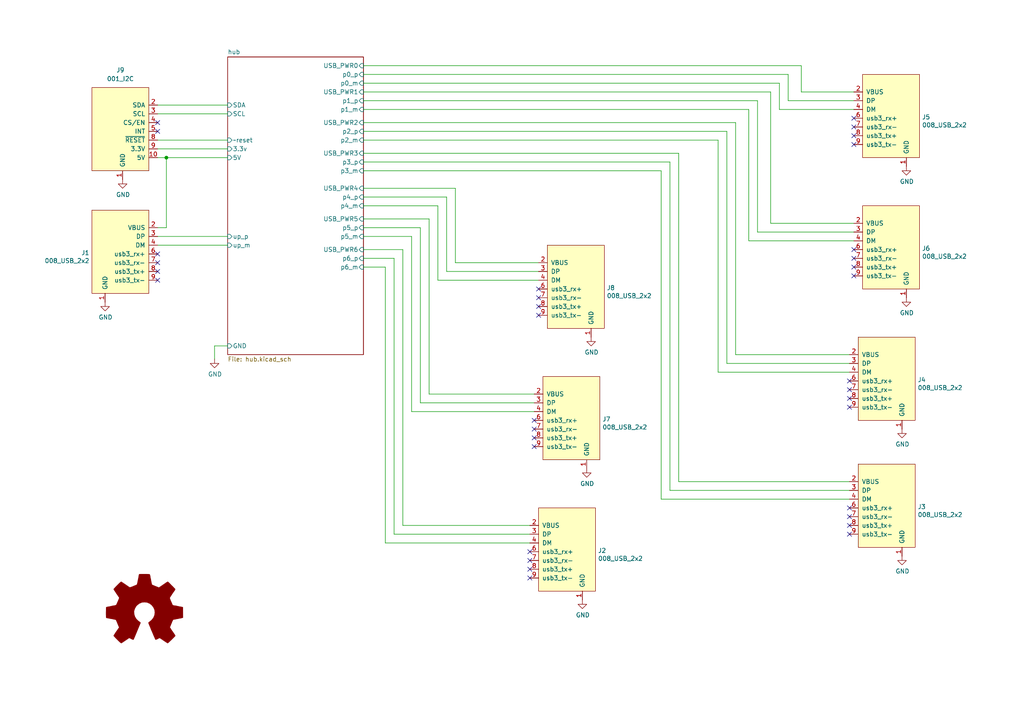
<source format=kicad_sch>
(kicad_sch (version 20211123) (generator eeschema)

  (uuid e877bf4a-4210-4bd3-b7b0-806eb4affc5b)

  (paper "A4")

  (lib_symbols
    (symbol "Graphic:Logo_Open_Hardware_Large" (pin_names (offset 1.016)) (in_bom yes) (on_board yes)
      (property "Reference" "#LOGO" (id 0) (at 0 12.7 0)
        (effects (font (size 1.27 1.27)) hide)
      )
      (property "Value" "Logo_Open_Hardware_Large" (id 1) (at 0 -10.16 0)
        (effects (font (size 1.27 1.27)) hide)
      )
      (property "Footprint" "" (id 2) (at 0 0 0)
        (effects (font (size 1.27 1.27)) hide)
      )
      (property "Datasheet" "~" (id 3) (at 0 0 0)
        (effects (font (size 1.27 1.27)) hide)
      )
      (property "ki_keywords" "Logo" (id 4) (at 0 0 0)
        (effects (font (size 1.27 1.27)) hide)
      )
      (property "ki_description" "Open Hardware logo, large" (id 5) (at 0 0 0)
        (effects (font (size 1.27 1.27)) hide)
      )
      (symbol "Logo_Open_Hardware_Large_1_1"
        (polyline
          (pts
            (xy 6.731 -8.7122)
            (xy 6.6294 -8.6614)
            (xy 6.35 -8.4836)
            (xy 5.9944 -8.255)
            (xy 5.5372 -7.9502)
            (xy 5.1054 -7.6454)
            (xy 4.7498 -7.4168)
            (xy 4.4958 -7.239)
            (xy 4.3942 -7.1882)
            (xy 4.318 -7.2136)
            (xy 4.1148 -7.3152)
            (xy 3.81 -7.4676)
            (xy 3.6322 -7.5692)
            (xy 3.3528 -7.6708)
            (xy 3.2258 -7.6962)
            (xy 3.2004 -7.6708)
            (xy 3.0988 -7.4676)
            (xy 2.9464 -7.0866)
            (xy 2.7178 -6.604)
            (xy 2.4892 -6.0452)
            (xy 2.2352 -5.4356)
            (xy 1.9558 -4.826)
            (xy 1.7272 -4.2164)
            (xy 1.4986 -3.683)
            (xy 1.3208 -3.2512)
            (xy 1.2192 -2.9464)
            (xy 1.1684 -2.8194)
            (xy 1.1938 -2.794)
            (xy 1.3208 -2.667)
            (xy 1.5748 -2.4892)
            (xy 2.0828 -2.0574)
            (xy 2.6162 -1.397)
            (xy 2.921 -0.6604)
            (xy 3.048 0.1524)
            (xy 2.9464 0.9144)
            (xy 2.6416 1.6256)
            (xy 2.1336 2.286)
            (xy 1.524 2.7686)
            (xy 0.8128 3.0734)
            (xy 0 3.175)
            (xy -0.762 3.0988)
            (xy -1.4986 2.794)
            (xy -2.159 2.286)
            (xy -2.4384 1.9812)
            (xy -2.8194 1.3208)
            (xy -3.048 0.6096)
            (xy -3.0734 0.4318)
            (xy -3.0226 -0.3556)
            (xy -2.794 -1.0922)
            (xy -2.3876 -1.7526)
            (xy -1.8288 -2.3114)
            (xy -1.7526 -2.3622)
            (xy -1.4732 -2.5654)
            (xy -1.2954 -2.6924)
            (xy -1.1684 -2.8194)
            (xy -2.159 -5.207)
            (xy -2.3114 -5.588)
            (xy -2.5908 -6.2484)
            (xy -2.8194 -6.8072)
            (xy -3.0226 -7.2644)
            (xy -3.1496 -7.5692)
            (xy -3.2258 -7.6708)
            (xy -3.2258 -7.6962)
            (xy -3.302 -7.6962)
            (xy -3.4798 -7.6454)
            (xy -3.8354 -7.4676)
            (xy -4.0386 -7.366)
            (xy -4.2926 -7.239)
            (xy -4.4196 -7.1882)
            (xy -4.5212 -7.239)
            (xy -4.7498 -7.3914)
            (xy -5.1054 -7.6454)
            (xy -5.5372 -7.9248)
            (xy -5.9436 -8.2042)
            (xy -6.3246 -8.4582)
            (xy -6.604 -8.636)
            (xy -6.731 -8.7122)
            (xy -6.7564 -8.7122)
            (xy -6.858 -8.636)
            (xy -7.0866 -8.4582)
            (xy -7.4168 -8.1534)
            (xy -7.874 -7.6962)
            (xy -7.9502 -7.62)
            (xy -8.3312 -7.239)
            (xy -8.636 -6.9088)
            (xy -8.8392 -6.6802)
            (xy -8.9154 -6.5786)
            (xy -8.9154 -6.5786)
            (xy -8.8392 -6.4516)
            (xy -8.6614 -6.1722)
            (xy -8.4328 -5.7912)
            (xy -8.128 -5.3594)
            (xy -7.3152 -4.191)
            (xy -7.7724 -3.0988)
            (xy -7.8994 -2.7686)
            (xy -8.0772 -2.3622)
            (xy -8.2042 -2.0828)
            (xy -8.255 -1.9558)
            (xy -8.382 -1.905)
            (xy -8.6614 -1.8542)
            (xy -9.0932 -1.7526)
            (xy -9.6266 -1.651)
            (xy -10.1092 -1.5748)
            (xy -10.541 -1.4732)
            (xy -10.8712 -1.4224)
            (xy -11.0236 -1.397)
            (xy -11.049 -1.3716)
            (xy -11.0744 -1.2954)
            (xy -11.0998 -1.143)
            (xy -11.0998 -0.889)
            (xy -11.1252 -0.4572)
            (xy -11.1252 0.1524)
            (xy -11.1252 0.2286)
            (xy -11.0998 0.8128)
            (xy -11.0998 1.27)
            (xy -11.0744 1.5494)
            (xy -11.0744 1.6764)
            (xy -11.0744 1.6764)
            (xy -10.922 1.7018)
            (xy -10.6172 1.778)
            (xy -10.16 1.8542)
            (xy -9.652 1.9558)
            (xy -9.6012 1.9812)
            (xy -9.0932 2.0828)
            (xy -8.636 2.159)
            (xy -8.3312 2.2352)
            (xy -8.2042 2.286)
            (xy -8.1788 2.3114)
            (xy -8.0772 2.5146)
            (xy -7.9248 2.8448)
            (xy -7.747 3.2512)
            (xy -7.5692 3.6576)
            (xy -7.4168 4.0386)
            (xy -7.3152 4.318)
            (xy -7.2898 4.445)
            (xy -7.2898 4.445)
            (xy -7.366 4.572)
            (xy -7.5438 4.826)
            (xy -7.7978 5.207)
            (xy -8.128 5.6642)
            (xy -8.128 5.6896)
            (xy -8.4328 6.1468)
            (xy -8.6868 6.5278)
            (xy -8.8392 6.7818)
            (xy -8.9154 6.9088)
            (xy -8.9154 6.9088)
            (xy -8.8138 7.0358)
            (xy -8.5852 7.2898)
            (xy -8.255 7.6454)
            (xy -7.874 8.0264)
            (xy -7.747 8.1534)
            (xy -7.3152 8.5852)
            (xy -7.0104 8.8646)
            (xy -6.8326 8.9916)
            (xy -6.731 9.0424)
            (xy -6.731 9.0424)
            (xy -6.604 8.9408)
            (xy -6.3246 8.763)
            (xy -5.9436 8.509)
            (xy -5.4864 8.2042)
            (xy -5.461 8.1788)
            (xy -5.0038 7.874)
            (xy -4.6482 7.62)
            (xy -4.3688 7.4422)
            (xy -4.2672 7.3914)
            (xy -4.2418 7.3914)
            (xy -4.064 7.4422)
            (xy -3.7338 7.5438)
            (xy -3.3528 7.6962)
            (xy -2.9464 7.874)
            (xy -2.5654 8.0264)
            (xy -2.286 8.1534)
            (xy -2.159 8.2296)
            (xy -2.159 8.2296)
            (xy -2.1082 8.382)
            (xy -2.032 8.7122)
            (xy -1.9304 9.1694)
            (xy -1.8288 9.7282)
            (xy -1.8034 9.8044)
            (xy -1.7018 10.3378)
            (xy -1.6256 10.7696)
            (xy -1.5748 11.0744)
            (xy -1.524 11.2014)
            (xy -1.4478 11.2268)
            (xy -1.1938 11.2522)
            (xy -0.8128 11.2522)
            (xy -0.3302 11.2522)
            (xy 0.1524 11.2522)
            (xy 0.6604 11.2522)
            (xy 1.0668 11.2268)
            (xy 1.3716 11.2014)
            (xy 1.4986 11.176)
            (xy 1.4986 11.176)
            (xy 1.5494 11.0236)
            (xy 1.6256 10.6934)
            (xy 1.7018 10.2108)
            (xy 1.8288 9.6774)
            (xy 1.8288 9.5758)
            (xy 1.9304 9.0424)
            (xy 2.032 8.6106)
            (xy 2.0828 8.3058)
            (xy 2.1336 8.2042)
            (xy 2.159 8.1788)
            (xy 2.3876 8.0772)
            (xy 2.7432 7.9248)
            (xy 3.175 7.747)
            (xy 4.191 7.3406)
            (xy 5.461 8.2042)
            (xy 5.5626 8.2804)
            (xy 6.0198 8.5852)
            (xy 6.3754 8.8392)
            (xy 6.6294 8.9916)
            (xy 6.7564 9.0424)
            (xy 6.7564 9.0424)
            (xy 6.8834 8.9408)
            (xy 7.1374 8.7122)
            (xy 7.4676 8.382)
            (xy 7.8486 7.9756)
            (xy 8.1534 7.6962)
            (xy 8.4836 7.3406)
            (xy 8.7122 7.112)
            (xy 8.8392 6.9596)
            (xy 8.8646 6.858)
            (xy 8.8646 6.8072)
            (xy 8.7884 6.6802)
            (xy 8.6106 6.4008)
            (xy 8.3312 6.0198)
            (xy 8.0264 5.588)
            (xy 7.7978 5.207)
            (xy 7.5184 4.8006)
            (xy 7.3406 4.4958)
            (xy 7.2898 4.3434)
            (xy 7.2898 4.2926)
            (xy 7.3914 4.0386)
            (xy 7.5184 3.683)
            (xy 7.7216 3.2258)
            (xy 8.1534 2.2352)
            (xy 8.7884 2.1082)
            (xy 9.1948 2.0574)
            (xy 9.7536 1.9304)
            (xy 10.2616 1.8288)
            (xy 11.0998 1.6764)
            (xy 11.1252 -1.3208)
            (xy 10.9982 -1.3716)
            (xy 10.8712 -1.397)
            (xy 10.5664 -1.4732)
            (xy 10.1346 -1.5494)
            (xy 9.6266 -1.651)
            (xy 9.1948 -1.7272)
            (xy 8.7376 -1.8288)
            (xy 8.4328 -1.8796)
            (xy 8.2804 -1.905)
            (xy 8.255 -1.9558)
            (xy 8.1534 -2.159)
            (xy 7.9756 -2.5146)
            (xy 7.8232 -2.921)
            (xy 7.6454 -3.3274)
            (xy 7.493 -3.7338)
            (xy 7.366 -4.0132)
            (xy 7.3406 -4.191)
            (xy 7.3914 -4.2926)
            (xy 7.5692 -4.5466)
            (xy 7.7978 -4.9276)
            (xy 8.1026 -5.3594)
            (xy 8.4074 -5.7912)
            (xy 8.6614 -6.1722)
            (xy 8.8138 -6.4262)
            (xy 8.89 -6.5532)
            (xy 8.8646 -6.6548)
            (xy 8.6868 -6.858)
            (xy 8.3566 -7.1882)
            (xy 7.874 -7.6708)
            (xy 7.7978 -7.747)
            (xy 7.3914 -8.128)
            (xy 7.0612 -8.4328)
            (xy 6.8326 -8.636)
            (xy 6.731 -8.7122)
          )
          (stroke (width 0) (type default) (color 0 0 0 0))
          (fill (type outline))
        )
      )
    )
    (symbol "power:GND" (power) (pin_names (offset 0)) (in_bom yes) (on_board yes)
      (property "Reference" "#PWR" (id 0) (at 0 -6.35 0)
        (effects (font (size 1.27 1.27)) hide)
      )
      (property "Value" "GND" (id 1) (at 0 -3.81 0)
        (effects (font (size 1.27 1.27)))
      )
      (property "Footprint" "" (id 2) (at 0 0 0)
        (effects (font (size 1.27 1.27)) hide)
      )
      (property "Datasheet" "" (id 3) (at 0 0 0)
        (effects (font (size 1.27 1.27)) hide)
      )
      (property "ki_keywords" "power-flag" (id 4) (at 0 0 0)
        (effects (font (size 1.27 1.27)) hide)
      )
      (property "ki_description" "Power symbol creates a global label with name \"GND\" , ground" (id 5) (at 0 0 0)
        (effects (font (size 1.27 1.27)) hide)
      )
      (symbol "GND_0_1"
        (polyline
          (pts
            (xy 0 0)
            (xy 0 -1.27)
            (xy 1.27 -1.27)
            (xy 0 -2.54)
            (xy -1.27 -1.27)
            (xy 0 -1.27)
          )
          (stroke (width 0) (type default) (color 0 0 0 0))
          (fill (type none))
        )
      )
      (symbol "GND_1_1"
        (pin power_in line (at 0 0 270) (length 0) hide
          (name "GND" (effects (font (size 1.27 1.27))))
          (number "1" (effects (font (size 1.27 1.27))))
        )
      )
    )
    (symbol "put_on_edge:001_I2C" (pin_names (offset 1.016)) (in_bom yes) (on_board yes)
      (property "Reference" "J" (id 0) (at -2.54 13.97 0)
        (effects (font (size 1.27 1.27)))
      )
      (property "Value" "001_I2C" (id 1) (at 8.89 13.97 0)
        (effects (font (size 1.27 1.27)))
      )
      (property "Footprint" "" (id 2) (at 7.62 16.51 0)
        (effects (font (size 1.27 1.27)) hide)
      )
      (property "Datasheet" "" (id 3) (at 7.62 16.51 0)
        (effects (font (size 1.27 1.27)) hide)
      )
      (symbol "001_I2C_0_1"
        (rectangle (start -8.89 12.7) (end 7.62 -11.43)
          (stroke (width 0) (type default) (color 0 0 0 0))
          (fill (type background))
        )
      )
      (symbol "001_I2C_1_1"
        (pin power_in line (at -1.27 -13.97 90) (length 2.54)
          (name "GND" (effects (font (size 1.27 1.27))))
          (number "1" (effects (font (size 1.27 1.27))))
        )
        (pin power_in line (at -11.43 -7.62 0) (length 2.54)
          (name "5V" (effects (font (size 1.27 1.27))))
          (number "10" (effects (font (size 1.27 1.27))))
        )
        (pin bidirectional line (at -11.43 7.62 0) (length 2.54)
          (name "SDA" (effects (font (size 1.27 1.27))))
          (number "2" (effects (font (size 1.27 1.27))))
        )
        (pin bidirectional line (at -11.43 5.08 0) (length 2.54)
          (name "SCL" (effects (font (size 1.27 1.27))))
          (number "3" (effects (font (size 1.27 1.27))))
        )
        (pin bidirectional line (at -11.43 2.54 0) (length 2.54)
          (name "CS/EN" (effects (font (size 1.27 1.27))))
          (number "4" (effects (font (size 1.27 1.27))))
        )
        (pin bidirectional line (at -11.43 0 0) (length 2.54)
          (name "INT" (effects (font (size 1.27 1.27))))
          (number "5" (effects (font (size 1.27 1.27))))
        )
        (pin bidirectional line (at -11.43 -2.54 0) (length 2.54)
          (name "~{RESET}" (effects (font (size 1.27 1.27))))
          (number "8" (effects (font (size 1.27 1.27))))
        )
        (pin power_in line (at -11.43 -5.08 0) (length 2.54)
          (name "3.3V" (effects (font (size 1.27 1.27))))
          (number "9" (effects (font (size 1.27 1.27))))
        )
      )
    )
    (symbol "put_on_edge:008_USB" (pin_names (offset 1.016)) (in_bom yes) (on_board yes)
      (property "Reference" "J" (id 0) (at -2.54 13.97 0)
        (effects (font (size 1.27 1.27)))
      )
      (property "Value" "008_USB" (id 1) (at 8.89 13.97 0)
        (effects (font (size 1.27 1.27)))
      )
      (property "Footprint" "" (id 2) (at 7.62 16.51 0)
        (effects (font (size 1.27 1.27)) hide)
      )
      (property "Datasheet" "" (id 3) (at 7.62 16.51 0)
        (effects (font (size 1.27 1.27)) hide)
      )
      (symbol "008_USB_0_1"
        (rectangle (start -8.89 12.7) (end 7.62 -11.43)
          (stroke (width 0) (type default) (color 0 0 0 0))
          (fill (type background))
        )
      )
      (symbol "008_USB_1_1"
        (pin power_in line (at 3.81 -13.97 90) (length 2.54)
          (name "GND" (effects (font (size 1.27 1.27))))
          (number "1" (effects (font (size 1.27 1.27))))
        )
        (pin power_in line (at -11.43 7.62 0) (length 2.54)
          (name "VBUS" (effects (font (size 1.27 1.27))))
          (number "2" (effects (font (size 1.27 1.27))))
        )
        (pin bidirectional line (at -11.43 5.08 0) (length 2.54)
          (name "DP" (effects (font (size 1.27 1.27))))
          (number "3" (effects (font (size 1.27 1.27))))
        )
        (pin bidirectional line (at -11.43 2.54 0) (length 2.54)
          (name "DM" (effects (font (size 1.27 1.27))))
          (number "4" (effects (font (size 1.27 1.27))))
        )
        (pin input line (at -11.43 0 0) (length 2.54)
          (name "usb3_rx+" (effects (font (size 1.27 1.27))))
          (number "6" (effects (font (size 1.27 1.27))))
        )
        (pin input line (at -11.43 -2.54 0) (length 2.54)
          (name "usb3_rx-" (effects (font (size 1.27 1.27))))
          (number "7" (effects (font (size 1.27 1.27))))
        )
        (pin input line (at -11.43 -5.08 0) (length 2.54)
          (name "usb3_tx+" (effects (font (size 1.27 1.27))))
          (number "8" (effects (font (size 1.27 1.27))))
        )
        (pin input line (at -11.43 -7.62 0) (length 2.54)
          (name "usb3_tx-" (effects (font (size 1.27 1.27))))
          (number "9" (effects (font (size 1.27 1.27))))
        )
      )
    )
  )

  (junction (at 48.26 45.72) (diameter 0) (color 0 0 0 0)
    (uuid 98216140-94c4-468d-a86a-a786e0a254f7)
  )

  (no_connect (at 156.21 83.82) (uuid 0e9d8f7a-d0d9-4926-a04d-21863bb305a4))
  (no_connect (at 247.65 39.37) (uuid 180245d9-4a3f-4d1b-adcc-b4eafac722e0))
  (no_connect (at 45.72 78.74) (uuid 1fbb0219-551e-409b-a61b-76e8cebdfb9d))
  (no_connect (at 247.65 72.39) (uuid 28e37b45-f843-47c2-85c9-ca19f5430ece))
  (no_connect (at 153.67 167.64) (uuid 30f4ab90-53c6-4c51-827f-d87c6b512c07))
  (no_connect (at 246.38 152.4) (uuid 3326423d-8df7-4a7e-a354-349430b8fbd7))
  (no_connect (at 154.94 127) (uuid 3af57f36-4eb5-45d5-833f-ecbd3917d9c7))
  (no_connect (at 247.65 80.01) (uuid 3c5e5ea9-793d-46e3-86bc-5884c4490dc7))
  (no_connect (at 246.38 154.94) (uuid 4d4fecdd-be4a-47e9-9085-2268d5852d8f))
  (no_connect (at 156.21 88.9) (uuid 4d9f0f75-f530-4f4e-8119-34a1cd8b957c))
  (no_connect (at 246.38 149.86) (uuid 4ec618ae-096f-4256-9328-005ee04f13d6))
  (no_connect (at 247.65 36.83) (uuid 54212c01-b363-47b8-a145-45c40df316f4))
  (no_connect (at 45.72 35.56) (uuid 5d8e635a-9d52-497d-ab90-66aea5af76aa))
  (no_connect (at 45.72 38.1) (uuid 5d8e635a-9d52-497d-ab90-66aea5af76ab))
  (no_connect (at 246.38 115.57) (uuid 5d9921f1-08b3-4cc9-8cf7-e9a72ca2fdb7))
  (no_connect (at 153.67 162.56) (uuid 6004948e-fa49-4c45-a47b-a1212ce4ace1))
  (no_connect (at 153.67 160.02) (uuid 621f9234-5ce7-46b6-adfa-1b7504a19be4))
  (no_connect (at 153.67 165.1) (uuid 62bc7c40-1f02-48f0-8ed3-86e0eb2755dd))
  (no_connect (at 45.72 73.66) (uuid 79770cd5-32d7-429a-8248-0d9e6212231a))
  (no_connect (at 45.72 81.28) (uuid 7bfba61b-6752-4a45-9ee6-5984dcb15041))
  (no_connect (at 247.65 74.93) (uuid 88610282-a92d-4c3d-917a-ea95d59e0759))
  (no_connect (at 246.38 147.32) (uuid 92035a88-6c95-4a61-bd8a-cb8dd9e5018a))
  (no_connect (at 156.21 86.36) (uuid 96404a45-5e74-4fac-a8e4-bf349df9276c))
  (no_connect (at 247.65 77.47) (uuid 98914cc3-56fe-40bb-820a-3d157225c145))
  (no_connect (at 45.72 76.2) (uuid 99332785-d9f1-4363-9377-26ddc18e6d2c))
  (no_connect (at 247.65 34.29) (uuid 99dfa524-0366-4808-b4e8-328fc38e8656))
  (no_connect (at 154.94 121.92) (uuid 9a799cbb-bb38-4f15-bdca-92e7a8e51304))
  (no_connect (at 246.38 110.49) (uuid 9dcdc92b-2219-4a4a-8954-45f02cc3ab25))
  (no_connect (at 154.94 124.46) (uuid b31cf212-daa4-4a05-846f-f29b2e2162cc))
  (no_connect (at 246.38 118.11) (uuid c8b6b273-3d20-4a46-8069-f6d608563604))
  (no_connect (at 154.94 129.54) (uuid d1e86bf8-a102-4bbc-9af9-fb12493dc0af))
  (no_connect (at 246.38 113.03) (uuid dae72997-44fc-4275-b36f-cd70bf46cfba))
  (no_connect (at 247.65 41.91) (uuid f8f3a9fc-1e34-4573-a767-508104e8d242))
  (no_connect (at 156.21 91.44) (uuid ff84ea60-6e59-41c2-a6d3-bbefd5b13140))

  (wire (pts (xy 219.71 67.31) (xy 219.71 29.21))
    (stroke (width 0) (type default) (color 0 0 0 0))
    (uuid 014d5e40-b405-481e-85c2-e2196780a4c5)
  )
  (wire (pts (xy 111.76 157.48) (xy 111.76 77.47))
    (stroke (width 0) (type default) (color 0 0 0 0))
    (uuid 01edea46-31d5-4123-92fc-764455d5b38a)
  )
  (wire (pts (xy 114.3 154.94) (xy 114.3 74.93))
    (stroke (width 0) (type default) (color 0 0 0 0))
    (uuid 01ffe894-13ee-4951-ab6e-21848960fffe)
  )
  (wire (pts (xy 156.21 81.28) (xy 127 81.28))
    (stroke (width 0) (type default) (color 0 0 0 0))
    (uuid 04e3a060-159d-433d-bf95-33342af5268b)
  )
  (wire (pts (xy 129.54 78.74) (xy 129.54 57.15))
    (stroke (width 0) (type default) (color 0 0 0 0))
    (uuid 05eab202-a383-4eb5-bd1c-b3e44f0b4687)
  )
  (wire (pts (xy 246.38 107.95) (xy 208.28 107.95))
    (stroke (width 0) (type default) (color 0 0 0 0))
    (uuid 09a76f23-0e0c-4b48-8717-283b036e43f8)
  )
  (wire (pts (xy 105.41 26.67) (xy 223.52 26.67))
    (stroke (width 0) (type default) (color 0 0 0 0))
    (uuid 0fe82587-ebb0-4b2b-afbc-8e26ae7afe5a)
  )
  (wire (pts (xy 121.92 116.84) (xy 121.92 66.04))
    (stroke (width 0) (type default) (color 0 0 0 0))
    (uuid 182ab1e5-6532-45d7-a6bc-b32573844ce4)
  )
  (wire (pts (xy 210.82 105.41) (xy 210.82 38.1))
    (stroke (width 0) (type default) (color 0 0 0 0))
    (uuid 1c8a0ef5-92c8-4f78-9924-9fa0f6c41cfe)
  )
  (wire (pts (xy 154.94 116.84) (xy 121.92 116.84))
    (stroke (width 0) (type default) (color 0 0 0 0))
    (uuid 21ce15f6-6fd2-4d3a-8970-6ae380d75711)
  )
  (wire (pts (xy 105.41 21.59) (xy 228.6 21.59))
    (stroke (width 0) (type default) (color 0 0 0 0))
    (uuid 26202e44-9bf0-4c71-9266-509dda8abecf)
  )
  (wire (pts (xy 124.46 63.5) (xy 124.46 114.3))
    (stroke (width 0) (type default) (color 0 0 0 0))
    (uuid 2809c87b-7062-4cfe-9183-5526526f1acf)
  )
  (wire (pts (xy 232.41 19.05) (xy 232.41 26.67))
    (stroke (width 0) (type default) (color 0 0 0 0))
    (uuid 29e78086-2175-405e-9ba3-c48766d2f50c)
  )
  (wire (pts (xy 127 81.28) (xy 127 59.69))
    (stroke (width 0) (type default) (color 0 0 0 0))
    (uuid 31b561d7-0199-4191-9661-d91d9aefdb1b)
  )
  (wire (pts (xy 213.36 35.56) (xy 213.36 102.87))
    (stroke (width 0) (type default) (color 0 0 0 0))
    (uuid 36505f22-2b2b-4e44-bf2c-88ce1740e165)
  )
  (wire (pts (xy 62.23 100.33) (xy 66.04 100.33))
    (stroke (width 0) (type default) (color 0 0 0 0))
    (uuid 37433b83-47e2-4268-b503-6f0c77900082)
  )
  (wire (pts (xy 223.52 64.77) (xy 247.65 64.77))
    (stroke (width 0) (type default) (color 0 0 0 0))
    (uuid 37cad880-e144-4919-a121-ce5f8625a786)
  )
  (wire (pts (xy 124.46 114.3) (xy 154.94 114.3))
    (stroke (width 0) (type default) (color 0 0 0 0))
    (uuid 3c596e2c-78cd-4ef1-860d-91778113c7b4)
  )
  (wire (pts (xy 219.71 29.21) (xy 105.41 29.21))
    (stroke (width 0) (type default) (color 0 0 0 0))
    (uuid 44872c30-ad28-4f76-9f87-9f4e812bd9a9)
  )
  (wire (pts (xy 45.72 45.72) (xy 48.26 45.72))
    (stroke (width 0) (type default) (color 0 0 0 0))
    (uuid 453f24f3-c7e1-4c14-95b1-6f2f1a206fd2)
  )
  (wire (pts (xy 105.41 72.39) (xy 116.84 72.39))
    (stroke (width 0) (type default) (color 0 0 0 0))
    (uuid 4aeebf80-1efc-48e5-afd6-31d01dd5de54)
  )
  (wire (pts (xy 111.76 77.47) (xy 105.41 77.47))
    (stroke (width 0) (type default) (color 0 0 0 0))
    (uuid 4c745a56-c626-4934-b519-e09c4fc38c28)
  )
  (wire (pts (xy 121.92 66.04) (xy 105.41 66.04))
    (stroke (width 0) (type default) (color 0 0 0 0))
    (uuid 4db48337-1010-450c-8f54-294cb2886687)
  )
  (wire (pts (xy 132.08 76.2) (xy 156.21 76.2))
    (stroke (width 0) (type default) (color 0 0 0 0))
    (uuid 4dbdcb9a-9686-4090-b779-489eca91cc50)
  )
  (wire (pts (xy 226.06 24.13) (xy 105.41 24.13))
    (stroke (width 0) (type default) (color 0 0 0 0))
    (uuid 52eb5932-8816-438f-9d6a-6010d47b8e45)
  )
  (wire (pts (xy 153.67 154.94) (xy 114.3 154.94))
    (stroke (width 0) (type default) (color 0 0 0 0))
    (uuid 566adf7e-8db6-4517-9562-42cb2262add2)
  )
  (wire (pts (xy 48.26 45.72) (xy 66.04 45.72))
    (stroke (width 0) (type default) (color 0 0 0 0))
    (uuid 571679e4-9342-416a-8281-8a7d71e3b98d)
  )
  (wire (pts (xy 232.41 19.05) (xy 105.41 19.05))
    (stroke (width 0) (type default) (color 0 0 0 0))
    (uuid 57849927-4b5d-4d0f-8f78-cd629b2aca24)
  )
  (wire (pts (xy 247.65 69.85) (xy 217.17 69.85))
    (stroke (width 0) (type default) (color 0 0 0 0))
    (uuid 599bccdb-e2bf-41c5-9848-ec8c01376960)
  )
  (wire (pts (xy 62.23 104.14) (xy 62.23 100.33))
    (stroke (width 0) (type default) (color 0 0 0 0))
    (uuid 5f333c2a-99ea-4694-8b67-6adeced3eec8)
  )
  (wire (pts (xy 105.41 54.61) (xy 132.08 54.61))
    (stroke (width 0) (type default) (color 0 0 0 0))
    (uuid 61330bf4-0526-4808-bf0d-90ceb669b23d)
  )
  (wire (pts (xy 247.65 67.31) (xy 219.71 67.31))
    (stroke (width 0) (type default) (color 0 0 0 0))
    (uuid 643d38d4-5b65-4ba0-b8a7-b44b13e0b200)
  )
  (wire (pts (xy 119.38 119.38) (xy 119.38 68.58))
    (stroke (width 0) (type default) (color 0 0 0 0))
    (uuid 6a787d87-2d1c-48d0-816b-b72c719ff5fd)
  )
  (wire (pts (xy 116.84 72.39) (xy 116.84 152.4))
    (stroke (width 0) (type default) (color 0 0 0 0))
    (uuid 6b9777eb-7475-4079-a3b9-0b926064ec26)
  )
  (wire (pts (xy 105.41 49.53) (xy 191.77 49.53))
    (stroke (width 0) (type default) (color 0 0 0 0))
    (uuid 6cebb8fc-a014-4386-b851-0dc316201092)
  )
  (wire (pts (xy 217.17 69.85) (xy 217.17 31.75))
    (stroke (width 0) (type default) (color 0 0 0 0))
    (uuid 6d4132af-497f-4e8b-ac0a-36cc01159dc4)
  )
  (wire (pts (xy 45.72 43.18) (xy 66.04 43.18))
    (stroke (width 0) (type default) (color 0 0 0 0))
    (uuid 6e21c9da-92c6-44c4-8fbe-044408473982)
  )
  (wire (pts (xy 45.72 40.64) (xy 66.04 40.64))
    (stroke (width 0) (type default) (color 0 0 0 0))
    (uuid 6fa9cb34-a731-45a8-9cca-e05664a87950)
  )
  (wire (pts (xy 154.94 119.38) (xy 119.38 119.38))
    (stroke (width 0) (type default) (color 0 0 0 0))
    (uuid 77080a78-fd4f-4e43-a50b-c30701c6beea)
  )
  (wire (pts (xy 247.65 31.75) (xy 226.06 31.75))
    (stroke (width 0) (type default) (color 0 0 0 0))
    (uuid 7b4469ec-fbfc-4f24-bc1d-63ac2a48db9f)
  )
  (wire (pts (xy 45.72 71.12) (xy 66.04 71.12))
    (stroke (width 0) (type default) (color 0 0 0 0))
    (uuid 7bdeabe1-729b-4cad-ab81-05b54731414b)
  )
  (wire (pts (xy 156.21 78.74) (xy 129.54 78.74))
    (stroke (width 0) (type default) (color 0 0 0 0))
    (uuid 82141a90-4572-472c-a599-bf0d79e380e6)
  )
  (wire (pts (xy 232.41 26.67) (xy 247.65 26.67))
    (stroke (width 0) (type default) (color 0 0 0 0))
    (uuid 8458d41c-5d62-455d-b6e1-9f718c0faac9)
  )
  (wire (pts (xy 213.36 102.87) (xy 246.38 102.87))
    (stroke (width 0) (type default) (color 0 0 0 0))
    (uuid 88bde0a1-8493-4e5a-97d8-79da7c13242f)
  )
  (wire (pts (xy 114.3 74.93) (xy 105.41 74.93))
    (stroke (width 0) (type default) (color 0 0 0 0))
    (uuid 8a0182a8-c08f-43b7-9656-c947e6e0c018)
  )
  (wire (pts (xy 45.72 68.58) (xy 66.04 68.58))
    (stroke (width 0) (type default) (color 0 0 0 0))
    (uuid 8a1934c4-ae72-441f-9b5b-266b0640675f)
  )
  (wire (pts (xy 105.41 35.56) (xy 213.36 35.56))
    (stroke (width 0) (type default) (color 0 0 0 0))
    (uuid 8f326d33-85ff-4da6-8e87-669f1af5cdd2)
  )
  (wire (pts (xy 208.28 40.64) (xy 105.41 40.64))
    (stroke (width 0) (type default) (color 0 0 0 0))
    (uuid 91b83011-3297-4a9a-8151-948d5e61ebaa)
  )
  (wire (pts (xy 153.67 157.48) (xy 111.76 157.48))
    (stroke (width 0) (type default) (color 0 0 0 0))
    (uuid 931c19be-c533-4c3d-ae79-023f27742add)
  )
  (wire (pts (xy 129.54 57.15) (xy 105.41 57.15))
    (stroke (width 0) (type default) (color 0 0 0 0))
    (uuid 95e57935-5875-4558-8ffe-66209dd42773)
  )
  (wire (pts (xy 228.6 21.59) (xy 228.6 29.21))
    (stroke (width 0) (type default) (color 0 0 0 0))
    (uuid 97424e0c-e6f9-4301-b3df-51451a1cf801)
  )
  (wire (pts (xy 119.38 68.58) (xy 105.41 68.58))
    (stroke (width 0) (type default) (color 0 0 0 0))
    (uuid 98c649a4-7c45-4375-b2e4-0dfdd4938094)
  )
  (wire (pts (xy 105.41 44.45) (xy 196.85 44.45))
    (stroke (width 0) (type default) (color 0 0 0 0))
    (uuid 9d7e50b8-4519-4777-aa92-f06c3513295e)
  )
  (wire (pts (xy 246.38 105.41) (xy 210.82 105.41))
    (stroke (width 0) (type default) (color 0 0 0 0))
    (uuid a32581c6-5f00-4b3c-bccb-125ee24830ac)
  )
  (wire (pts (xy 194.31 142.24) (xy 194.31 46.99))
    (stroke (width 0) (type default) (color 0 0 0 0))
    (uuid a6d96d55-f314-4a21-be63-5ab233ad6f3f)
  )
  (wire (pts (xy 196.85 44.45) (xy 196.85 139.7))
    (stroke (width 0) (type default) (color 0 0 0 0))
    (uuid ac9a750b-3daa-48c0-9578-ce36ed2f1040)
  )
  (wire (pts (xy 105.41 63.5) (xy 124.46 63.5))
    (stroke (width 0) (type default) (color 0 0 0 0))
    (uuid b1314056-4196-4291-9fb3-fcf237f163de)
  )
  (wire (pts (xy 208.28 107.95) (xy 208.28 40.64))
    (stroke (width 0) (type default) (color 0 0 0 0))
    (uuid b1b33135-e5cb-4e6a-b35e-8582b64da320)
  )
  (wire (pts (xy 226.06 31.75) (xy 226.06 24.13))
    (stroke (width 0) (type default) (color 0 0 0 0))
    (uuid ca8a6371-a9bc-4129-bb70-2ed6b0f0a215)
  )
  (wire (pts (xy 45.72 30.48) (xy 66.04 30.48))
    (stroke (width 0) (type default) (color 0 0 0 0))
    (uuid d82c75fb-15fd-4f04-b8b0-eeb757e32a05)
  )
  (wire (pts (xy 191.77 144.78) (xy 246.38 144.78))
    (stroke (width 0) (type default) (color 0 0 0 0))
    (uuid d909fcc6-3a2a-49e4-b321-e49f1a21c97f)
  )
  (wire (pts (xy 45.72 33.02) (xy 66.04 33.02))
    (stroke (width 0) (type default) (color 0 0 0 0))
    (uuid dbd53e14-77ea-4f7d-9279-ffe4779b192b)
  )
  (wire (pts (xy 228.6 29.21) (xy 247.65 29.21))
    (stroke (width 0) (type default) (color 0 0 0 0))
    (uuid dc05a40d-e655-4ffc-967c-bf5ed04669cd)
  )
  (wire (pts (xy 196.85 139.7) (xy 246.38 139.7))
    (stroke (width 0) (type default) (color 0 0 0 0))
    (uuid dc0bd504-08a4-49e0-bcdd-d01daf3d804d)
  )
  (wire (pts (xy 194.31 46.99) (xy 105.41 46.99))
    (stroke (width 0) (type default) (color 0 0 0 0))
    (uuid de21199f-9b0b-42f6-b157-f8bc40aaf164)
  )
  (wire (pts (xy 217.17 31.75) (xy 105.41 31.75))
    (stroke (width 0) (type default) (color 0 0 0 0))
    (uuid e11a8309-0f02-4563-b04c-e5fcf201b1ff)
  )
  (wire (pts (xy 132.08 54.61) (xy 132.08 76.2))
    (stroke (width 0) (type default) (color 0 0 0 0))
    (uuid e1cb0477-79da-45f2-bbc5-2192873e00db)
  )
  (wire (pts (xy 116.84 152.4) (xy 153.67 152.4))
    (stroke (width 0) (type default) (color 0 0 0 0))
    (uuid e29c2aa4-b550-42e8-899d-9babd39e6278)
  )
  (wire (pts (xy 223.52 26.67) (xy 223.52 64.77))
    (stroke (width 0) (type default) (color 0 0 0 0))
    (uuid e3980e58-12bd-4f67-9a24-b1df126d7ebc)
  )
  (wire (pts (xy 48.26 45.72) (xy 48.26 66.04))
    (stroke (width 0) (type default) (color 0 0 0 0))
    (uuid e5e65ba5-5584-4f9b-93bf-19ab87d0d253)
  )
  (wire (pts (xy 45.72 66.04) (xy 48.26 66.04))
    (stroke (width 0) (type default) (color 0 0 0 0))
    (uuid e65b62be-e01b-4688-a999-1d1be370c4ae)
  )
  (wire (pts (xy 210.82 38.1) (xy 105.41 38.1))
    (stroke (width 0) (type default) (color 0 0 0 0))
    (uuid f0847690-6e55-4f53-b52b-01f886b3b533)
  )
  (wire (pts (xy 191.77 49.53) (xy 191.77 144.78))
    (stroke (width 0) (type default) (color 0 0 0 0))
    (uuid f4770952-f233-4ecb-9d98-2ad90dcaa6fd)
  )
  (wire (pts (xy 127 59.69) (xy 105.41 59.69))
    (stroke (width 0) (type default) (color 0 0 0 0))
    (uuid f617f88d-952a-4874-8352-1c810f07341a)
  )
  (wire (pts (xy 246.38 142.24) (xy 194.31 142.24))
    (stroke (width 0) (type default) (color 0 0 0 0))
    (uuid f9a60aff-4a27-4116-a24c-e8ee04e18e4d)
  )

  (symbol (lib_id "put_on_edge:008_USB") (at 34.29 73.66 0) (mirror y) (unit 1)
    (in_bom yes) (on_board yes)
    (uuid 00000000-0000-0000-0000-0000602adece)
    (property "Reference" "J1" (id 0) (at 25.9588 73.3298 0)
      (effects (font (size 1.27 1.27)) (justify left))
    )
    (property "Value" "008_USB_2x2" (id 1) (at 25.9588 75.6412 0)
      (effects (font (size 1.27 1.27)) (justify left))
    )
    (property "Footprint" "on_edge:on_edge_2x05_device" (id 2) (at 26.67 57.15 0)
      (effects (font (size 1.27 1.27)) hide)
    )
    (property "Datasheet" "" (id 3) (at 26.67 57.15 0)
      (effects (font (size 1.27 1.27)) hide)
    )
    (pin "1" (uuid 343a1668-7762-46c7-9fd5-7dde82b71b61))
    (pin "2" (uuid c401f6df-7318-4f65-81ff-5d5de018286a))
    (pin "3" (uuid 9bd3b295-cf9b-4409-8a15-32cee0098743))
    (pin "4" (uuid 156d4abf-7bfa-45bd-b028-0f34b1baea75))
    (pin "6" (uuid 0bc5272f-685b-41d7-a93c-0b3f0a1269bf))
    (pin "7" (uuid 0a4084df-f615-44f7-be27-d26e27fea378))
    (pin "8" (uuid 10e3ca4b-6dd6-46d0-b031-216fa78fc3f9))
    (pin "9" (uuid 60796896-491e-41f2-8dde-06b7fb3ac294))
  )

  (symbol (lib_id "put_on_edge:008_USB") (at 259.08 34.29 0) (unit 1)
    (in_bom yes) (on_board yes)
    (uuid 00000000-0000-0000-0000-0000602aea37)
    (property "Reference" "J5" (id 0) (at 267.4112 33.9598 0)
      (effects (font (size 1.27 1.27)) (justify left))
    )
    (property "Value" "008_USB_2x2" (id 1) (at 267.4112 36.2712 0)
      (effects (font (size 1.27 1.27)) (justify left))
    )
    (property "Footprint" "on_edge:on_edge_2x05_host" (id 2) (at 266.7 17.78 0)
      (effects (font (size 1.27 1.27)) hide)
    )
    (property "Datasheet" "" (id 3) (at 266.7 17.78 0)
      (effects (font (size 1.27 1.27)) hide)
    )
    (pin "1" (uuid 12a205b4-9f3b-4d1c-b80b-efc9c8e625b6))
    (pin "2" (uuid fd073802-4dd7-4e04-9b9f-2340f5c8c06c))
    (pin "3" (uuid 2f60dc17-fd35-4d05-8750-dcc87a16d2e4))
    (pin "4" (uuid 2fd41904-d28e-46e7-ad9d-acd50c604b0d))
    (pin "6" (uuid cb42b511-5680-48c9-9ed5-a830eaedeaa5))
    (pin "7" (uuid ef9dbf13-d945-40e6-938e-35c0389b250f))
    (pin "8" (uuid 25ce5d25-3793-4d86-abee-e0637cf2584a))
    (pin "9" (uuid 69f58775-ad12-482e-9fd6-f2329395b7e3))
  )

  (symbol (lib_id "put_on_edge:008_USB") (at 259.08 72.39 0) (unit 1)
    (in_bom yes) (on_board yes)
    (uuid 00000000-0000-0000-0000-0000602af05a)
    (property "Reference" "J6" (id 0) (at 267.4112 72.0598 0)
      (effects (font (size 1.27 1.27)) (justify left))
    )
    (property "Value" "008_USB_2x2" (id 1) (at 267.4112 74.3712 0)
      (effects (font (size 1.27 1.27)) (justify left))
    )
    (property "Footprint" "on_edge:on_edge_2x05_host" (id 2) (at 266.7 55.88 0)
      (effects (font (size 1.27 1.27)) hide)
    )
    (property "Datasheet" "" (id 3) (at 266.7 55.88 0)
      (effects (font (size 1.27 1.27)) hide)
    )
    (pin "1" (uuid c55a18be-17a4-4d46-b0cd-1b1664d60cad))
    (pin "2" (uuid dcafe74d-0bf3-494e-91f4-367502f8f654))
    (pin "3" (uuid abc3558b-cd90-40eb-bf81-c96c6c3a35f5))
    (pin "4" (uuid a3178939-5806-4853-8ab0-3b5b0e2adea2))
    (pin "6" (uuid c1de7c16-0fb5-4855-9c92-9e6b4b6586a6))
    (pin "7" (uuid 9badf30d-e9b0-4bf0-8024-97ff6edd9f1c))
    (pin "8" (uuid f67f9630-d6be-4af4-8b80-dc4411bff76a))
    (pin "9" (uuid d7d4e51b-b558-41b3-88d2-51f380116bc4))
  )

  (symbol (lib_id "put_on_edge:008_USB") (at 257.81 110.49 0) (unit 1)
    (in_bom yes) (on_board yes)
    (uuid 00000000-0000-0000-0000-0000602af2bd)
    (property "Reference" "J4" (id 0) (at 266.1412 110.1598 0)
      (effects (font (size 1.27 1.27)) (justify left))
    )
    (property "Value" "008_USB_2x2" (id 1) (at 266.1412 112.4712 0)
      (effects (font (size 1.27 1.27)) (justify left))
    )
    (property "Footprint" "on_edge:on_edge_2x05_host" (id 2) (at 265.43 93.98 0)
      (effects (font (size 1.27 1.27)) hide)
    )
    (property "Datasheet" "" (id 3) (at 265.43 93.98 0)
      (effects (font (size 1.27 1.27)) hide)
    )
    (pin "1" (uuid fbeaeb38-eb42-4fdd-a884-1b897d4abaef))
    (pin "2" (uuid 1f817199-06d7-4e05-a7d3-eee274d6cf95))
    (pin "3" (uuid 794e8c26-53e7-49ae-9d55-cbfe4ad5f40a))
    (pin "4" (uuid 9fd19139-adbc-41aa-8bcf-e1f4d9d99653))
    (pin "6" (uuid 527cb22a-7e33-4cab-9561-11aa15db26ff))
    (pin "7" (uuid e034c255-51be-46d1-b38d-6383afcd4315))
    (pin "8" (uuid 4e250076-83f9-4186-a431-38a97a5f0cd6))
    (pin "9" (uuid 97e77020-493b-4e02-bb8c-2f8be737883f))
  )

  (symbol (lib_id "put_on_edge:008_USB") (at 257.81 147.32 0) (unit 1)
    (in_bom yes) (on_board yes)
    (uuid 00000000-0000-0000-0000-0000602af525)
    (property "Reference" "J3" (id 0) (at 266.1412 146.9898 0)
      (effects (font (size 1.27 1.27)) (justify left))
    )
    (property "Value" "008_USB_2x2" (id 1) (at 266.1412 149.3012 0)
      (effects (font (size 1.27 1.27)) (justify left))
    )
    (property "Footprint" "on_edge:on_edge_2x05_host" (id 2) (at 265.43 130.81 0)
      (effects (font (size 1.27 1.27)) hide)
    )
    (property "Datasheet" "" (id 3) (at 265.43 130.81 0)
      (effects (font (size 1.27 1.27)) hide)
    )
    (pin "1" (uuid 5b0b21fd-11c5-4e82-8759-f47478eae7f7))
    (pin "2" (uuid 3da8e78f-3ad5-4147-8a70-275a8678255c))
    (pin "3" (uuid bf5d9b0d-20d9-4cb2-ab70-5003e870fa36))
    (pin "4" (uuid b7af06ee-5b1c-40be-9efd-44719dc1658e))
    (pin "6" (uuid a4659fb3-8982-4912-b550-39f1f35ec229))
    (pin "7" (uuid 65c23a04-03db-4f69-9442-95427f076201))
    (pin "8" (uuid 7fca1c7a-2410-41c4-b271-6f914d4c6ac9))
    (pin "9" (uuid ec2f4bc2-ba51-4d42-bbd9-5c401abc9629))
  )

  (symbol (lib_id "power:GND") (at 261.62 161.29 0) (unit 1)
    (in_bom yes) (on_board yes)
    (uuid 00000000-0000-0000-0000-0000602b2604)
    (property "Reference" "#PWR0104" (id 0) (at 261.62 167.64 0)
      (effects (font (size 1.27 1.27)) hide)
    )
    (property "Value" "GND" (id 1) (at 261.747 165.6842 0))
    (property "Footprint" "" (id 2) (at 261.62 161.29 0)
      (effects (font (size 1.27 1.27)) hide)
    )
    (property "Datasheet" "" (id 3) (at 261.62 161.29 0)
      (effects (font (size 1.27 1.27)) hide)
    )
    (pin "1" (uuid b8a7dfa0-76dc-4e1f-af32-b33e0390c139))
  )

  (symbol (lib_id "power:GND") (at 261.62 124.46 0) (unit 1)
    (in_bom yes) (on_board yes)
    (uuid 00000000-0000-0000-0000-0000602b2d61)
    (property "Reference" "#PWR0105" (id 0) (at 261.62 130.81 0)
      (effects (font (size 1.27 1.27)) hide)
    )
    (property "Value" "GND" (id 1) (at 261.747 128.8542 0))
    (property "Footprint" "" (id 2) (at 261.62 124.46 0)
      (effects (font (size 1.27 1.27)) hide)
    )
    (property "Datasheet" "" (id 3) (at 261.62 124.46 0)
      (effects (font (size 1.27 1.27)) hide)
    )
    (pin "1" (uuid fdb45f06-8432-4b6f-aa66-6ccbb4707674))
  )

  (symbol (lib_id "power:GND") (at 262.89 86.36 0) (unit 1)
    (in_bom yes) (on_board yes)
    (uuid 00000000-0000-0000-0000-0000602b34ad)
    (property "Reference" "#PWR0106" (id 0) (at 262.89 92.71 0)
      (effects (font (size 1.27 1.27)) hide)
    )
    (property "Value" "GND" (id 1) (at 263.017 90.7542 0))
    (property "Footprint" "" (id 2) (at 262.89 86.36 0)
      (effects (font (size 1.27 1.27)) hide)
    )
    (property "Datasheet" "" (id 3) (at 262.89 86.36 0)
      (effects (font (size 1.27 1.27)) hide)
    )
    (pin "1" (uuid 90dd16e7-d068-412a-b518-16a1e9fa0d08))
  )

  (symbol (lib_id "power:GND") (at 262.89 48.26 0) (unit 1)
    (in_bom yes) (on_board yes)
    (uuid 00000000-0000-0000-0000-0000602b3c1c)
    (property "Reference" "#PWR0107" (id 0) (at 262.89 54.61 0)
      (effects (font (size 1.27 1.27)) hide)
    )
    (property "Value" "GND" (id 1) (at 263.017 52.6542 0))
    (property "Footprint" "" (id 2) (at 262.89 48.26 0)
      (effects (font (size 1.27 1.27)) hide)
    )
    (property "Datasheet" "" (id 3) (at 262.89 48.26 0)
      (effects (font (size 1.27 1.27)) hide)
    )
    (pin "1" (uuid 99310147-04fc-4a29-b1b1-58c42f9a68a0))
  )

  (symbol (lib_id "power:GND") (at 30.48 87.63 0) (unit 1)
    (in_bom yes) (on_board yes)
    (uuid 00000000-0000-0000-0000-0000602b5a8d)
    (property "Reference" "#PWR0101" (id 0) (at 30.48 93.98 0)
      (effects (font (size 1.27 1.27)) hide)
    )
    (property "Value" "GND" (id 1) (at 30.607 92.0242 0))
    (property "Footprint" "" (id 2) (at 30.48 87.63 0)
      (effects (font (size 1.27 1.27)) hide)
    )
    (property "Datasheet" "" (id 3) (at 30.48 87.63 0)
      (effects (font (size 1.27 1.27)) hide)
    )
    (pin "1" (uuid 955e0c96-b70c-4c38-a7d6-08ba4e2c2d5d))
  )

  (symbol (lib_id "Graphic:Logo_Open_Hardware_Large") (at 41.91 177.8 0) (unit 1)
    (in_bom yes) (on_board yes)
    (uuid 00000000-0000-0000-0000-00006110e3ef)
    (property "Reference" "l1" (id 0) (at 41.91 165.1 0)
      (effects (font (size 1.27 1.27)) hide)
    )
    (property "Value" "Logo_Open_Hardware_Large" (id 1) (at 41.91 187.96 0)
      (effects (font (size 1.27 1.27)) hide)
    )
    (property "Footprint" "Symbol:OSHW-Logo2_7.3x6mm_SilkScreen" (id 2) (at 41.91 177.8 0)
      (effects (font (size 1.27 1.27)) hide)
    )
    (property "Datasheet" "~" (id 3) (at 41.91 177.8 0)
      (effects (font (size 1.27 1.27)) hide)
    )
  )

  (symbol (lib_id "put_on_edge:008_USB") (at 166.37 121.92 0) (unit 1)
    (in_bom yes) (on_board yes)
    (uuid 59ee988b-b52f-41ae-a742-9fbf91fa6856)
    (property "Reference" "J7" (id 0) (at 174.7012 121.5898 0)
      (effects (font (size 1.27 1.27)) (justify left))
    )
    (property "Value" "008_USB_2x2" (id 1) (at 174.7012 123.9012 0)
      (effects (font (size 1.27 1.27)) (justify left))
    )
    (property "Footprint" "on_edge:on_edge_2x05_host" (id 2) (at 173.99 105.41 0)
      (effects (font (size 1.27 1.27)) hide)
    )
    (property "Datasheet" "" (id 3) (at 173.99 105.41 0)
      (effects (font (size 1.27 1.27)) hide)
    )
    (pin "1" (uuid 5e648b09-4a60-488c-a920-40fdbaf7880f))
    (pin "2" (uuid 5cf679f6-0e09-4e05-8430-88c9fb188729))
    (pin "3" (uuid ea385086-666b-4f4b-9028-9058715b9b31))
    (pin "4" (uuid 016d33d2-662c-4aab-bfd2-c1674f86b579))
    (pin "6" (uuid 9f1f20f5-a934-4bed-a36c-f2e647cfd278))
    (pin "7" (uuid ef621f2c-ce9b-4089-92ab-6c60b2e7992a))
    (pin "8" (uuid 6c340044-ea89-48fe-9a51-79a828ee447c))
    (pin "9" (uuid ab2cc640-fe0a-4ec6-94d1-661ef0ba956f))
  )

  (symbol (lib_id "power:GND") (at 168.91 173.99 0) (unit 1)
    (in_bom yes) (on_board yes)
    (uuid 66b63ac6-5d5d-4263-ba78-bdcf7eb6978a)
    (property "Reference" "#PWR0116" (id 0) (at 168.91 180.34 0)
      (effects (font (size 1.27 1.27)) hide)
    )
    (property "Value" "GND" (id 1) (at 169.037 178.3842 0))
    (property "Footprint" "" (id 2) (at 168.91 173.99 0)
      (effects (font (size 1.27 1.27)) hide)
    )
    (property "Datasheet" "" (id 3) (at 168.91 173.99 0)
      (effects (font (size 1.27 1.27)) hide)
    )
    (pin "1" (uuid 71ee3137-e374-4b55-a2f5-153f0c3935c9))
  )

  (symbol (lib_id "power:GND") (at 62.23 104.14 0) (unit 1)
    (in_bom yes) (on_board yes)
    (uuid 6bf1544f-d916-471c-ae9a-9e83328bb5ef)
    (property "Reference" "#PWR0108" (id 0) (at 62.23 110.49 0)
      (effects (font (size 1.27 1.27)) hide)
    )
    (property "Value" "GND" (id 1) (at 62.357 108.5342 0))
    (property "Footprint" "" (id 2) (at 62.23 104.14 0)
      (effects (font (size 1.27 1.27)) hide)
    )
    (property "Datasheet" "" (id 3) (at 62.23 104.14 0)
      (effects (font (size 1.27 1.27)) hide)
    )
    (pin "1" (uuid 58cd1441-c226-4aeb-ad0f-4ce6e4bbd527))
  )

  (symbol (lib_id "power:GND") (at 171.45 97.79 0) (unit 1)
    (in_bom yes) (on_board yes)
    (uuid 7adc9eac-c7eb-4c3d-82eb-e0b579e493f5)
    (property "Reference" "#PWR0112" (id 0) (at 171.45 104.14 0)
      (effects (font (size 1.27 1.27)) hide)
    )
    (property "Value" "GND" (id 1) (at 171.577 102.1842 0))
    (property "Footprint" "" (id 2) (at 171.45 97.79 0)
      (effects (font (size 1.27 1.27)) hide)
    )
    (property "Datasheet" "" (id 3) (at 171.45 97.79 0)
      (effects (font (size 1.27 1.27)) hide)
    )
    (pin "1" (uuid a3e20c70-690e-4724-ae89-1634a5c49435))
  )

  (symbol (lib_id "put_on_edge:008_USB") (at 165.1 160.02 0) (unit 1)
    (in_bom yes) (on_board yes)
    (uuid 8b3ca93a-95e9-4a10-ad04-ce40963f45d6)
    (property "Reference" "J2" (id 0) (at 173.4312 159.6898 0)
      (effects (font (size 1.27 1.27)) (justify left))
    )
    (property "Value" "008_USB_2x2" (id 1) (at 173.4312 162.0012 0)
      (effects (font (size 1.27 1.27)) (justify left))
    )
    (property "Footprint" "on_edge:on_edge_2x05_host" (id 2) (at 172.72 143.51 0)
      (effects (font (size 1.27 1.27)) hide)
    )
    (property "Datasheet" "" (id 3) (at 172.72 143.51 0)
      (effects (font (size 1.27 1.27)) hide)
    )
    (pin "1" (uuid 3d4125af-5c99-436f-a7b1-aa3a70e6d23b))
    (pin "2" (uuid 0ce57b44-e494-4647-b210-543fbd7c64f3))
    (pin "3" (uuid f0e4dc1d-78b2-4c14-bfa1-0a9730d7723c))
    (pin "4" (uuid f9a5dd4c-56cc-43af-998c-2d53973ce0fc))
    (pin "6" (uuid c4dbce91-04df-4a22-a3bd-f45b7ff955cd))
    (pin "7" (uuid d945fa0d-6804-4032-a439-42fdd84b1d9b))
    (pin "8" (uuid 25a3e152-0d6c-4632-9329-5e1c219c08b4))
    (pin "9" (uuid 00c86e1b-cf69-4ef2-bf16-3144da548e50))
  )

  (symbol (lib_id "power:GND") (at 170.18 135.89 0) (unit 1)
    (in_bom yes) (on_board yes)
    (uuid b5145ae0-b7c0-4a5d-ad9c-e67b0cb6bee9)
    (property "Reference" "#PWR0102" (id 0) (at 170.18 142.24 0)
      (effects (font (size 1.27 1.27)) hide)
    )
    (property "Value" "GND" (id 1) (at 170.307 140.2842 0))
    (property "Footprint" "" (id 2) (at 170.18 135.89 0)
      (effects (font (size 1.27 1.27)) hide)
    )
    (property "Datasheet" "" (id 3) (at 170.18 135.89 0)
      (effects (font (size 1.27 1.27)) hide)
    )
    (pin "1" (uuid ec28f87a-7bce-47e8-9e95-cc99b3e5aa81))
  )

  (symbol (lib_id "power:GND") (at 35.56 52.07 0) (unit 1)
    (in_bom yes) (on_board yes)
    (uuid bd4e1aa5-e2d2-4ba7-ad5c-16f861613175)
    (property "Reference" "#PWR0103" (id 0) (at 35.56 58.42 0)
      (effects (font (size 1.27 1.27)) hide)
    )
    (property "Value" "GND" (id 1) (at 35.687 56.4642 0))
    (property "Footprint" "" (id 2) (at 35.56 52.07 0)
      (effects (font (size 1.27 1.27)) hide)
    )
    (property "Datasheet" "" (id 3) (at 35.56 52.07 0)
      (effects (font (size 1.27 1.27)) hide)
    )
    (pin "1" (uuid fc5a7362-de58-4bb4-b24a-e7902b0269b6))
  )

  (symbol (lib_id "put_on_edge:008_USB") (at 167.64 83.82 0) (unit 1)
    (in_bom yes) (on_board yes)
    (uuid bf51ce3f-3599-4af2-aa6e-e0e4b8d1125d)
    (property "Reference" "J8" (id 0) (at 175.9712 83.4898 0)
      (effects (font (size 1.27 1.27)) (justify left))
    )
    (property "Value" "008_USB_2x2" (id 1) (at 175.9712 85.8012 0)
      (effects (font (size 1.27 1.27)) (justify left))
    )
    (property "Footprint" "on_edge:on_edge_2x05_host" (id 2) (at 175.26 67.31 0)
      (effects (font (size 1.27 1.27)) hide)
    )
    (property "Datasheet" "" (id 3) (at 175.26 67.31 0)
      (effects (font (size 1.27 1.27)) hide)
    )
    (pin "1" (uuid 6140bfd0-fafa-4de4-9fdc-2a702bcb0d78))
    (pin "2" (uuid 2f71341d-c0cc-4966-973b-1bb6be1e6c19))
    (pin "3" (uuid 6d8412da-96ee-4d3f-89c7-80e41e76e523))
    (pin "4" (uuid 8b23c051-65d8-4927-b141-4e54ce305852))
    (pin "6" (uuid 8cb843b4-3d22-4c48-a652-030adb119c65))
    (pin "7" (uuid b266ef99-8403-48e3-9e8a-0469c6acaaf4))
    (pin "8" (uuid bf634e31-866a-40c9-bfc2-2f3baf4de72a))
    (pin "9" (uuid b9a2f058-73c2-4269-bf5f-60493512aa10))
  )

  (symbol (lib_id "put_on_edge:001_I2C") (at 34.29 38.1 0) (mirror y) (unit 1)
    (in_bom yes) (on_board yes) (fields_autoplaced)
    (uuid cc4f014c-90e6-4399-a22d-a0f40da5142b)
    (property "Reference" "J9" (id 0) (at 34.925 20.32 0))
    (property "Value" "001_I2C" (id 1) (at 34.925 22.86 0))
    (property "Footprint" "on_edge:on_edge_2x05_device" (id 2) (at 26.67 21.59 0)
      (effects (font (size 1.27 1.27)) hide)
    )
    (property "Datasheet" "" (id 3) (at 26.67 21.59 0)
      (effects (font (size 1.27 1.27)) hide)
    )
    (pin "1" (uuid acc168ea-49b5-4c98-8485-3baea20561f3))
    (pin "10" (uuid be9fe377-3a1d-4f26-a06c-3e037640710e))
    (pin "2" (uuid 0153ba1d-14ae-4349-a423-bdc90e0f2903))
    (pin "3" (uuid 7f65c4cb-1c90-4b38-bfc8-47101ecee5e1))
    (pin "4" (uuid 23a91019-4c0b-43f8-9476-9750ff03b8b8))
    (pin "5" (uuid 650b6f4c-a861-405e-ab75-87ad406e17b9))
    (pin "8" (uuid 3e0b89f9-b704-4acd-a420-308627f17565))
    (pin "9" (uuid fe78ae20-edcd-4a38-b710-87f95f44b7e1))
  )

  (sheet (at 66.04 16.51) (size 39.37 86.36) (fields_autoplaced)
    (stroke (width 0.1524) (type solid) (color 0 0 0 0))
    (fill (color 0 0 0 0.0000))
    (uuid 15e06ede-8bee-4cfc-b4df-2fe2828b0cc4)
    (property "Sheet name" "hub" (id 0) (at 66.04 15.7984 0)
      (effects (font (size 1.27 1.27)) (justify left bottom))
    )
    (property "Sheet file" "hub.kicad_sch" (id 1) (at 66.04 103.4546 0)
      (effects (font (size 1.27 1.27)) (justify left top))
    )
    (pin "up_p" input (at 66.04 68.58 180)
      (effects (font (size 1.27 1.27)) (justify left))
      (uuid 0a1bc5a3-db00-4ab3-b955-2d75bf6137d7)
    )
    (pin "up_m" input (at 66.04 71.12 180)
      (effects (font (size 1.27 1.27)) (justify left))
      (uuid 4889c33e-1e7b-42b1-bb70-84aa5a5069da)
    )
    (pin "p1_m" input (at 105.41 31.75 0)
      (effects (font (size 1.27 1.27)) (justify right))
      (uuid d823f1a5-b1fa-485b-a577-33fce43c4c40)
    )
    (pin "p2_p" input (at 105.41 38.1 0)
      (effects (font (size 1.27 1.27)) (justify right))
      (uuid 939d5676-7b1c-4aed-a57d-20429c343146)
    )
    (pin "p0_p" input (at 105.41 21.59 0)
      (effects (font (size 1.27 1.27)) (justify right))
      (uuid 16d3f0a0-6ac9-4d67-aaae-310a6c950d04)
    )
    (pin "p0_m" input (at 105.41 24.13 0)
      (effects (font (size 1.27 1.27)) (justify right))
      (uuid 81467376-e2a2-418a-9344-d2144221e0ba)
    )
    (pin "p1_p" input (at 105.41 29.21 0)
      (effects (font (size 1.27 1.27)) (justify right))
      (uuid a0f9eed3-f2cc-46c6-9ce1-a32a4ff1d2bc)
    )
    (pin "p2_m" input (at 105.41 40.64 0)
      (effects (font (size 1.27 1.27)) (justify right))
      (uuid e16378b3-7547-4152-ae1a-cfb8d7af3143)
    )
    (pin "p5_m" input (at 105.41 68.58 0)
      (effects (font (size 1.27 1.27)) (justify right))
      (uuid d44d789a-50b9-44e9-8a28-8cd39148400c)
    )
    (pin "p3_p" input (at 105.41 46.99 0)
      (effects (font (size 1.27 1.27)) (justify right))
      (uuid 15ed583a-04a9-4356-92bc-1e7588b13105)
    )
    (pin "p4_p" input (at 105.41 57.15 0)
      (effects (font (size 1.27 1.27)) (justify right))
      (uuid 8199369e-afe7-4c7a-929d-3b2fdb3b4001)
    )
    (pin "p3_m" input (at 105.41 49.53 0)
      (effects (font (size 1.27 1.27)) (justify right))
      (uuid 873fc61a-b4f4-4bc8-93ad-6cdeb4be27ba)
    )
    (pin "p4_m" input (at 105.41 59.69 0)
      (effects (font (size 1.27 1.27)) (justify right))
      (uuid 3b71bf3c-8d22-4ceb-831e-52525dda6f30)
    )
    (pin "p5_p" input (at 105.41 66.04 0)
      (effects (font (size 1.27 1.27)) (justify right))
      (uuid d90904b1-7714-4ff9-9e1b-c90b671cce3f)
    )
    (pin "p6_p" input (at 105.41 74.93 0)
      (effects (font (size 1.27 1.27)) (justify right))
      (uuid 5d6ce94e-8de0-4a07-b02a-7b54d27e198f)
    )
    (pin "p6_m" input (at 105.41 77.47 0)
      (effects (font (size 1.27 1.27)) (justify right))
      (uuid af871c2d-e181-4706-ab08-312266a629ec)
    )
    (pin "3.3v" input (at 66.04 43.18 180)
      (effects (font (size 1.27 1.27)) (justify left))
      (uuid f5a15d7b-babd-4715-8a69-5435b39053b4)
    )
    (pin "GND" input (at 66.04 100.33 180)
      (effects (font (size 1.27 1.27)) (justify left))
      (uuid 3cfb7df3-3cb5-47cb-b1e4-ee0d97d33ff7)
    )
    (pin "~reset" input (at 66.04 40.64 180)
      (effects (font (size 1.27 1.27)) (justify left))
      (uuid 64be019d-129a-4b8c-ae4d-08a1e67c18ea)
    )
    (pin "SCL" input (at 66.04 33.02 180)
      (effects (font (size 1.27 1.27)) (justify left))
      (uuid 8ed1a6e3-1cb7-4629-882b-386fe8c2daea)
    )
    (pin "SDA" input (at 66.04 30.48 180)
      (effects (font (size 1.27 1.27)) (justify left))
      (uuid 65816fd3-f9cd-4be6-ac9a-0bafaf5f22b5)
    )
    (pin "5V" input (at 66.04 45.72 180)
      (effects (font (size 1.27 1.27)) (justify left))
      (uuid 79fa050a-30ad-4b28-bd7e-ef67b4a58001)
    )
    (pin "USB_PWR4" input (at 105.41 54.61 0)
      (effects (font (size 1.27 1.27)) (justify right))
      (uuid 104a6925-6b4e-41c1-a416-401dc5b96f49)
    )
    (pin "USB_PWR3" input (at 105.41 44.45 0)
      (effects (font (size 1.27 1.27)) (justify right))
      (uuid f97d2130-bb4c-4a27-9d85-16b6ec15988f)
    )
    (pin "USB_PWR2" input (at 105.41 35.56 0)
      (effects (font (size 1.27 1.27)) (justify right))
      (uuid 09f5c8ac-be92-4fdc-8994-5afa68ec4ded)
    )
    (pin "USB_PWR0" input (at 105.41 19.05 0)
      (effects (font (size 1.27 1.27)) (justify right))
      (uuid b91cd294-023b-4a65-9dcf-e305dbd3d331)
    )
    (pin "USB_PWR1" input (at 105.41 26.67 0)
      (effects (font (size 1.27 1.27)) (justify right))
      (uuid 9655d894-dacc-467c-a249-e17a6982a7cc)
    )
    (pin "USB_PWR5" input (at 105.41 63.5 0)
      (effects (font (size 1.27 1.27)) (justify right))
      (uuid ebf04a92-ba3f-4d90-b3f7-b46de5189adc)
    )
    (pin "USB_PWR6" input (at 105.41 72.39 0)
      (effects (font (size 1.27 1.27)) (justify right))
      (uuid af443651-13b3-4ed2-bd38-95bd5934a4e2)
    )
  )

  (sheet_instances
    (path "/" (page "1"))
    (path "/15e06ede-8bee-4cfc-b4df-2fe2828b0cc4" (page "2"))
  )

  (symbol_instances
    (path "/00000000-0000-0000-0000-0000602b5a8d"
      (reference "#PWR0101") (unit 1) (value "GND") (footprint "")
    )
    (path "/b5145ae0-b7c0-4a5d-ad9c-e67b0cb6bee9"
      (reference "#PWR0102") (unit 1) (value "GND") (footprint "")
    )
    (path "/bd4e1aa5-e2d2-4ba7-ad5c-16f861613175"
      (reference "#PWR0103") (unit 1) (value "GND") (footprint "")
    )
    (path "/00000000-0000-0000-0000-0000602b2604"
      (reference "#PWR0104") (unit 1) (value "GND") (footprint "")
    )
    (path "/00000000-0000-0000-0000-0000602b2d61"
      (reference "#PWR0105") (unit 1) (value "GND") (footprint "")
    )
    (path "/00000000-0000-0000-0000-0000602b34ad"
      (reference "#PWR0106") (unit 1) (value "GND") (footprint "")
    )
    (path "/00000000-0000-0000-0000-0000602b3c1c"
      (reference "#PWR0107") (unit 1) (value "GND") (footprint "")
    )
    (path "/6bf1544f-d916-471c-ae9a-9e83328bb5ef"
      (reference "#PWR0108") (unit 1) (value "GND") (footprint "")
    )
    (path "/7adc9eac-c7eb-4c3d-82eb-e0b579e493f5"
      (reference "#PWR0112") (unit 1) (value "GND") (footprint "")
    )
    (path "/66b63ac6-5d5d-4263-ba78-bdcf7eb6978a"
      (reference "#PWR0116") (unit 1) (value "GND") (footprint "")
    )
    (path "/15e06ede-8bee-4cfc-b4df-2fe2828b0cc4/afefbc0e-9f63-4b7f-905c-414bf4773f28"
      (reference "C1") (unit 1) (value "100pF") (footprint "Capacitor_SMD:C_0402_1005Metric")
    )
    (path "/15e06ede-8bee-4cfc-b4df-2fe2828b0cc4/aa1d549b-91f0-41c2-b6bf-ab3086daa088"
      (reference "C2") (unit 1) (value "16pF") (footprint "Capacitor_SMD:C_0402_1005Metric")
    )
    (path "/15e06ede-8bee-4cfc-b4df-2fe2828b0cc4/2cc892cc-197e-4828-9b4e-c6c119ada2bd"
      (reference "C3") (unit 1) (value "100pF") (footprint "Capacitor_SMD:C_0402_1005Metric")
    )
    (path "/15e06ede-8bee-4cfc-b4df-2fe2828b0cc4/78a49df3-2545-4934-b05e-74edba736610"
      (reference "C4") (unit 1) (value "16pF") (footprint "Capacitor_SMD:C_0402_1005Metric")
    )
    (path "/15e06ede-8bee-4cfc-b4df-2fe2828b0cc4/aeb1aebd-27be-42b8-ab51-8afdf946ebb0"
      (reference "C5") (unit 1) (value "100nF") (footprint "Capacitor_SMD:C_0402_1005Metric")
    )
    (path "/15e06ede-8bee-4cfc-b4df-2fe2828b0cc4/26e3c488-a87f-4230-b486-8b8eb9b6fd6d"
      (reference "C6") (unit 1) (value "100nF") (footprint "Capacitor_SMD:C_0402_1005Metric")
    )
    (path "/15e06ede-8bee-4cfc-b4df-2fe2828b0cc4/bd534b59-2316-44b1-9008-5c3d475b266d"
      (reference "C7") (unit 1) (value "100nF") (footprint "Capacitor_SMD:C_0402_1005Metric")
    )
    (path "/15e06ede-8bee-4cfc-b4df-2fe2828b0cc4/2ba90589-e398-47c9-8e09-001549281cfb"
      (reference "C8") (unit 1) (value "100nF") (footprint "Capacitor_SMD:C_0402_1005Metric")
    )
    (path "/15e06ede-8bee-4cfc-b4df-2fe2828b0cc4/f6a2e6a7-e5c4-49fc-87f2-13e11b29388b"
      (reference "C9") (unit 1) (value "100nF") (footprint "Capacitor_SMD:C_0402_1005Metric")
    )
    (path "/15e06ede-8bee-4cfc-b4df-2fe2828b0cc4/5922ef18-277a-494b-9cc7-f9f720408afd"
      (reference "C10") (unit 1) (value "100nF") (footprint "Capacitor_SMD:C_0402_1005Metric")
    )
    (path "/15e06ede-8bee-4cfc-b4df-2fe2828b0cc4/40236a9f-4142-4d37-9f07-1aa7d6a2ffa6"
      (reference "C11") (unit 1) (value "100nF") (footprint "Capacitor_SMD:C_0402_1005Metric")
    )
    (path "/15e06ede-8bee-4cfc-b4df-2fe2828b0cc4/4276bb5c-2a87-42e4-ad8f-9e2fdc7d80b4"
      (reference "C12") (unit 1) (value "100nF") (footprint "Capacitor_SMD:C_0402_1005Metric")
    )
    (path "/15e06ede-8bee-4cfc-b4df-2fe2828b0cc4/d71f610b-dd92-4991-8ea6-1b4b89d25fe4"
      (reference "IC1") (unit 1) (value "USB2517-JZX") (footprint "Package_DFN_QFN:QFN-64-1EP_9x9mm_P0.5mm_EP4.7x4.7mm")
    )
    (path "/00000000-0000-0000-0000-0000602adece"
      (reference "J1") (unit 1) (value "008_USB_2x2") (footprint "on_edge:on_edge_2x05_device")
    )
    (path "/8b3ca93a-95e9-4a10-ad04-ce40963f45d6"
      (reference "J2") (unit 1) (value "008_USB_2x2") (footprint "on_edge:on_edge_2x05_host")
    )
    (path "/00000000-0000-0000-0000-0000602af525"
      (reference "J3") (unit 1) (value "008_USB_2x2") (footprint "on_edge:on_edge_2x05_host")
    )
    (path "/00000000-0000-0000-0000-0000602af2bd"
      (reference "J4") (unit 1) (value "008_USB_2x2") (footprint "on_edge:on_edge_2x05_host")
    )
    (path "/00000000-0000-0000-0000-0000602aea37"
      (reference "J5") (unit 1) (value "008_USB_2x2") (footprint "on_edge:on_edge_2x05_host")
    )
    (path "/00000000-0000-0000-0000-0000602af05a"
      (reference "J6") (unit 1) (value "008_USB_2x2") (footprint "on_edge:on_edge_2x05_host")
    )
    (path "/59ee988b-b52f-41ae-a742-9fbf91fa6856"
      (reference "J7") (unit 1) (value "008_USB_2x2") (footprint "on_edge:on_edge_2x05_host")
    )
    (path "/bf51ce3f-3599-4af2-aa6e-e0e4b8d1125d"
      (reference "J8") (unit 1) (value "008_USB_2x2") (footprint "on_edge:on_edge_2x05_host")
    )
    (path "/cc4f014c-90e6-4399-a22d-a0f40da5142b"
      (reference "J9") (unit 1) (value "001_I2C") (footprint "on_edge:on_edge_2x05_device")
    )
    (path "/15e06ede-8bee-4cfc-b4df-2fe2828b0cc4/b665138f-7aca-4b5b-a675-40b7bc2865d7"
      (reference "R1") (unit 1) (value "100k") (footprint "Capacitor_SMD:C_0603_1608Metric")
    )
    (path "/15e06ede-8bee-4cfc-b4df-2fe2828b0cc4/1f42f41b-f407-4b46-b071-41c2eda2ac47"
      (reference "R2") (unit 1) (value "100k") (footprint "Capacitor_SMD:C_0603_1608Metric")
    )
    (path "/15e06ede-8bee-4cfc-b4df-2fe2828b0cc4/00c0ec42-fb63-46d4-9ea4-131d64d25bed"
      (reference "R3") (unit 1) (value "12k") (footprint "Capacitor_SMD:C_0603_1608Metric")
    )
    (path "/15e06ede-8bee-4cfc-b4df-2fe2828b0cc4/1082271a-6328-4073-a304-72a9f975bb9b"
      (reference "R4") (unit 1) (value "12k") (footprint "Capacitor_SMD:C_0603_1608Metric")
    )
    (path "/15e06ede-8bee-4cfc-b4df-2fe2828b0cc4/9812f491-1f95-4bc0-b029-95cb1404d788"
      (reference "R5") (unit 1) (value "143k") (footprint "Capacitor_SMD:C_0603_1608Metric")
    )
    (path "/15e06ede-8bee-4cfc-b4df-2fe2828b0cc4/c3db4b08-becf-461a-a382-87def2cbb38c"
      (reference "R6") (unit 1) (value "143k") (footprint "Capacitor_SMD:C_0603_1608Metric")
    )
    (path "/15e06ede-8bee-4cfc-b4df-2fe2828b0cc4/9ef4e50c-c9aa-4afc-98cd-e877af30a1de"
      (reference "R7") (unit 1) (value "143k") (footprint "Capacitor_SMD:C_0603_1608Metric")
    )
    (path "/15e06ede-8bee-4cfc-b4df-2fe2828b0cc4/73251006-9da2-4616-926e-04da4918033f"
      (reference "R8") (unit 1) (value "143k") (footprint "Capacitor_SMD:C_0603_1608Metric")
    )
    (path "/15e06ede-8bee-4cfc-b4df-2fe2828b0cc4/ab9ed981-efc0-4b4f-a7c2-93d5e12a9158"
      (reference "R9") (unit 1) (value "143k") (footprint "Capacitor_SMD:C_0603_1608Metric")
    )
    (path "/15e06ede-8bee-4cfc-b4df-2fe2828b0cc4/c53de270-b65c-494c-875e-aa123f0e6f30"
      (reference "R10") (unit 1) (value "143k") (footprint "Capacitor_SMD:C_0603_1608Metric")
    )
    (path "/15e06ede-8bee-4cfc-b4df-2fe2828b0cc4/efbadf05-0292-4dd0-bd28-30a8b7b2ddec"
      (reference "R11") (unit 1) (value "143k") (footprint "Capacitor_SMD:C_0603_1608Metric")
    )
    (path "/15e06ede-8bee-4cfc-b4df-2fe2828b0cc4/41ee0066-f76c-4634-b96b-7200eca4d2e1"
      (reference "R12") (unit 1) (value "100k") (footprint "Capacitor_SMD:C_0603_1608Metric")
    )
    (path "/15e06ede-8bee-4cfc-b4df-2fe2828b0cc4/ab62b65e-1a1d-4526-a3ce-acaab2199f56"
      (reference "U1") (unit 1) (value "MIC2019YM6") (footprint "Package_SO:TSOP-6_1.65x3.05mm_P0.95mm")
    )
    (path "/15e06ede-8bee-4cfc-b4df-2fe2828b0cc4/6513cec1-aa54-4050-b357-d0ded0fd5cb2"
      (reference "U2") (unit 1) (value "MIC2019YM6") (footprint "Package_SO:TSOP-6_1.65x3.05mm_P0.95mm")
    )
    (path "/15e06ede-8bee-4cfc-b4df-2fe2828b0cc4/22613881-d9b1-42a0-aaa3-7698f22d9b33"
      (reference "U3") (unit 1) (value "MIC2019YM6") (footprint "Package_SO:TSOP-6_1.65x3.05mm_P0.95mm")
    )
    (path "/15e06ede-8bee-4cfc-b4df-2fe2828b0cc4/7bf1cbf3-c784-4266-88ec-aa1203a412c1"
      (reference "U4") (unit 1) (value "MIC2019YM6") (footprint "Package_SO:TSOP-6_1.65x3.05mm_P0.95mm")
    )
    (path "/15e06ede-8bee-4cfc-b4df-2fe2828b0cc4/609dec32-3517-418b-ad12-379b1a3f17fe"
      (reference "U5") (unit 1) (value "MIC2019YM6") (footprint "Package_SO:TSOP-6_1.65x3.05mm_P0.95mm")
    )
    (path "/15e06ede-8bee-4cfc-b4df-2fe2828b0cc4/70901d22-7408-40a5-a050-fb2ed91ccb1e"
      (reference "U6") (unit 1) (value "MIC2019YM6") (footprint "Package_SO:TSOP-6_1.65x3.05mm_P0.95mm")
    )
    (path "/15e06ede-8bee-4cfc-b4df-2fe2828b0cc4/185fefbe-cb01-4583-9e45-ff6033a17cc3"
      (reference "U7") (unit 1) (value "MIC2019YM6") (footprint "Package_SO:TSOP-6_1.65x3.05mm_P0.95mm")
    )
    (path "/15e06ede-8bee-4cfc-b4df-2fe2828b0cc4/51f1310b-40d6-4285-b498-4b42107d0ccd"
      (reference "Y1") (unit 1) (value "Crystal_GND24_Small") (footprint "Oscillator:Oscillator_SMD_Abracon_ASE-4Pin_3.2x2.5mm_HandSoldering")
    )
    (path "/00000000-0000-0000-0000-00006110e3ef"
      (reference "l1") (unit 1) (value "Logo_Open_Hardware_Large") (footprint "Symbol:OSHW-Logo2_7.3x6mm_SilkScreen")
    )
  )
)

</source>
